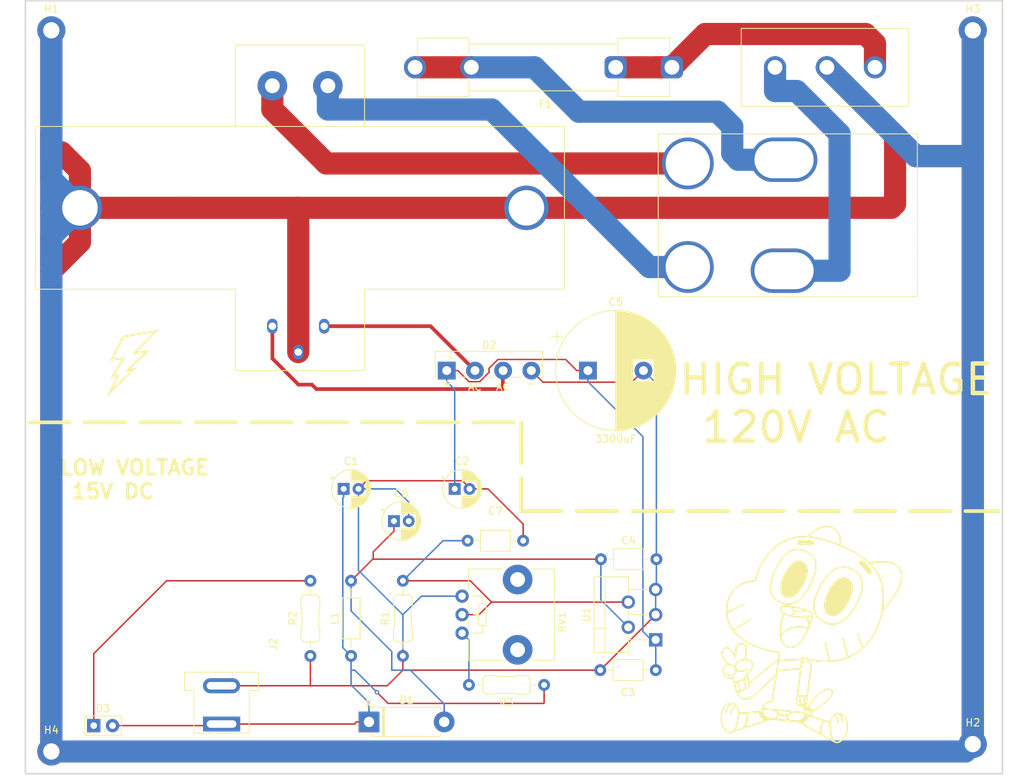
<source format=kicad_pcb>
(kicad_pcb (version 20241229) (generator "pcbnew") (generator_version "9.0")
  (layers (0 "F.Cu" signal) (2 "B.Cu" signal) (13 "F.Paste" user) (15 "B.Paste" user) (5 "F.SilkS" user "F.Silkscreen") (7 "B.SilkS" user "B.Silkscreen") (1 "F.Mask" user) (3 "B.Mask" user) (25 "Edge.Cuts" user))
  (net 0 "")
  (net 1 "GND")
  (net 2 "Net-(D1-K)")
  (net 3 "Net-(D2-+)")
  (net 4 "Net-(D1-A)")
  (net 5 "Net-(D2-2)")
  (net 6 "Net-(D2-1)")
  (net 7 "Net-(J1-L)")
  (net 8 "Net-(F1-Pad2)")
  (net 9 "Net-(J1-N)")
  (net 10 "Net-(U1-FB)")
  (net 11 "Net-(T1-AA)")
  (net 12 "Net-(T1-AB)")
  (net 13 "GNDPWR")
  (net 14 "Net-(D3-K)")
  (net 15 "Net-(R3-Pad2)")
  (footprint "Capacitor_THT:C_Axial_L3.8mm_D2.6mm_P7.50mm_Horizontal" (layer "F.Cu") (at 100.17 106.5 180)
    (property "Reference" "C3" (at 3.75 -3 0) (layer "F.SilkS"))
    (property "Value" "0.1uF")
    (pad "1" thru_hole circle (at 0 0 180) (size 1.6 1.6) (drill 0.8) (layers "*.Cu" "*.Mask") (net 3 "Net-(D2-+)"))
    (pad "2" thru_hole circle (at 7.5 0 180) (size 1.6 1.6) (drill 0.8) (layers "*.Cu" "*.Mask") (net 1 "GND"))
  )
  (footprint "Fuse:Fuseholder_Clip-6.3x32mm_Littelfuse_102071_Inline_P34.70x7.60mm_D2.00mm_Horizontal" (layer "F.Cu") (at 102.35 25 180)
    (property "Reference" "F1" (at 17.1 -5 0) (layer "F.SilkS"))
    (property "Value" "Fuse")
    (pad "1" thru_hole roundrect (at 0 0 180) (size 3 3) (drill 2) (layers "*.Cu" "*.Mask") (net 7 "Net-(J1-L)"))
    (pad "1" thru_hole roundrect (at 7.6 0 180) (size 3 3) (drill 2) (layers "*.Cu" "*.Mask") (net 7 "Net-(J1-L)"))
    (pad "2" thru_hole circle (at 27.1 0 180) (size 3 3) (drill 2) (layers "*.Cu" "*.Mask") (net 8 "Net-(F1-Pad2)"))
    (pad "2" thru_hole circle (at 34.7 0 180) (size 3 3) (drill 2) (layers "*.Cu" "*.Mask") (net 8 "Net-(F1-Pad2)"))
  )
  (footprint "MountingHole:MountingHole_2.2mm_M2_DIN965_Pad" (layer "F.Cu") (at 18.5 117.5)
    (property "Reference" "H4" (at 0 -2.9 0) (layer "F.SilkS"))
    (property "Value" "MountingHole_Pad")
    (pad "1" thru_hole circle (at 0 0) (size 3.8 3.8) (drill 2.2) (layers "*.Cu" "*.Mask") (net 13 "GNDPWR"))
  )
  (footprint "Capacitor_THT:C_Axial_L3.8mm_D2.6mm_P7.50mm_Horizontal" (layer "F.Cu") (at 100.25 91.5 180)
    (property "Reference" "C4" (at 3.75 2.5 0) (layer "F.SilkS"))
    (property "Value" "0.1uF")
    (pad "1" thru_hole circle (at 0 0 180) (size 1.6 1.6) (drill 0.8) (layers "*.Cu" "*.Mask") (net 1 "GND"))
    (pad "2" thru_hole circle (at 7.5 0 180) (size 1.6 1.6) (drill 0.8) (layers "*.Cu" "*.Mask") (net 4 "Net-(D1-A)"))
  )
  (footprint "Connector_BarrelJack:BarrelJack_SwitchcraftConxall_RAPC10U_Horizontal" (layer "F.Cu") (at 41.5 113.79 -90)
    (property "Reference" "J2" (at -10.8 -7 90) (layer "F.SilkS"))
    (property "Value" "Barrel_Jack")
    (pad "1" thru_hole rect (at 0 0 270) (size 2.02 5.02) (drill oval 1.02 4.02) (layers "*.Cu" "*.Mask") (net 2 "Net-(D1-K)"))
    (pad "2" thru_hole oval (at -5.18 0 270) (size 2.02 5.02) (drill oval 1.02 4.02) (layers "*.Cu" "*.Mask") (net 1 "GND"))
  )
  (footprint "Capacitor_THT:CP_Radial_D5.0mm_P2.00mm" (layer "F.Cu") (at 58 82)
    (property "Reference" "C1" (at 1 -3.75 0) (layer "F.SilkS"))
    (property "Value" "100uF")
    (pad "1" thru_hole rect (at 0 0) (size 1.6 1.6) (drill 0.8) (layers "*.Cu" "*.Mask") (net 2 "Net-(D1-K)"))
    (pad "2" thru_hole circle (at 2 0) (size 1.6 1.6) (drill 0.8) (layers "*.Cu" "*.Mask") (net 1 "GND"))
  )
  (footprint "PCM_Resistor_THT_AKL:R_Axial_DIN0207_L6.3mm_D2.5mm_P10.16mm_Horizontal" (layer "F.Cu") (at 85.08 108.5 180)
    (property "Reference" "R3" (at 5.08 -2.37 0) (layer "F.SilkS"))
    (property "Value" "1kOhms" (hide yes))
    (pad "1" thru_hole circle (at 0 0 180) (size 1.6 1.6) (drill 0.8) (layers "*.Cu" "*.Mask") (net 2 "Net-(D1-K)"))
    (pad "2" thru_hole oval (at 10.16 0 180) (size 1.6 1.6) (drill 0.8) (layers "*.Cu" "*.Mask") (net 15 "Net-(R3-Pad2)"))
  )
  (footprint "Diode_THT:D_5W_P10.16mm_Horizontal" (layer "F.Cu") (at 61.42 113.5)
    (property "Reference" "D1" (at 5.08 -2.97 0) (layer "F.SilkS"))
    (property "Value" "SS34")
    (fp_text user "K" (at 0 -2.4 0) (layer "F.SilkS"))
    (pad "1" thru_hole rect (at 0 0) (size 2.8 2.8) (drill 1.4) (layers "*.Cu" "*.Mask") (net 2 "Net-(D1-K)"))
    (pad "2" thru_hole oval (at 10.16 0) (size 2.8 2.8) (drill 1.4) (layers "*.Cu" "*.Mask") (net 4 "Net-(D1-A)"))
  )
  (footprint "Package_TO_SOT_THT:TO-220-5_P3.4x3.7mm_StaggerOdd_Lead3.8mm_Vertical" (layer "F.Cu") (at 100.15 102.4 90)
    (property "Reference" "U1" (at 3.4 -9.32 90) (layer "F.SilkS"))
    (property "Value" "LM2596T-5")
    (pad "1" thru_hole rect (at 0 0 90) (size 1.8 1.8) (drill 1.1) (layers "*.Cu" "*.Mask") (net 3 "Net-(D2-+)"))
    (pad "2" thru_hole circle (at 1.7 -3.7 90) (size 1.8 1.8) (drill 1.1) (layers "*.Cu" "*.Mask") (net 4 "Net-(D1-A)"))
    (pad "3" thru_hole circle (at 3.4 0 90) (size 1.8 1.8) (drill 1.1) (layers "*.Cu" "*.Mask") (net 1 "GND"))
    (pad "4" thru_hole circle (at 5.1 -3.7 90) (size 1.8 1.8) (drill 1.1) (layers "*.Cu" "*.Mask") (net 10 "Net-(U1-FB)"))
    (pad "5" thru_hole circle (at 6.8 0 90) (size 1.8 1.8) (drill 1.1) (layers "*.Cu" "*.Mask") (net 1 "GND"))
  )
  (footprint "PCM_Diode_THT_AKL:Diode_Bridge_KBP" (layer "F.Cu") (at 71.9277 66)
    (property "Reference" "D2" (at 5.745 -3.45 0) (layer "F.SilkS"))
    (property "Value" "KBP208G" (hide yes))
    (fp_text user "-" (at 11.43 1.736 0) (layer "F.SilkS"))
    (fp_text user "+" (at 0 1.736 0) (layer "F.SilkS"))
    (fp_text user "AC" (at 7.6 2.2 0) (layer "F.SilkS"))
    (fp_text user "AC" (at 3.8 2.2 0) (layer "F.SilkS"))
    (pad "1" thru_hole rect (at 0 0 180) (size 2.4 2.4) (drill 1.2) (layers "*.Cu" "*.Mask") (net 3 "Net-(D2-+)"))
    (pad "2" thru_hole circle (at 3.81 0 180) (size 2.4 2.4) (drill 1.2) (layers "*.Cu" "*.Mask") (net 6 "Net-(D2-1)"))
    (pad "3" thru_hole circle (at 7.62 0 180) (size 2.4 2.4) (drill 1.2) (layers "*.Cu" "*.Mask") (net 5 "Net-(D2-2)"))
    (pad "4" thru_hole circle (at 11.43 0 180) (size 2.4 2.4) (drill 1.2) (layers "*.Cu" "*.Mask") (net 1 "GND"))
  )
  (footprint "PCM_Resistor_THT_AKL:R_Axial_DIN0207_L6.3mm_D2.5mm_P10.16mm_Horizontal" (layer "F.Cu") (at 53.5 104.58 90)
    (property "Reference" "R2" (at 5.08 -2.37 90) (layer "F.SilkS"))
    (property "Value" "220 Ohms" (hide yes))
    (pad "1" thru_hole circle (at 0 0 90) (size 1.6 1.6) (drill 0.8) (layers "*.Cu" "*.Mask") (net 1 "GND"))
    (pad "2" thru_hole oval (at 10.16 0 90) (size 1.6 1.6) (drill 0.8) (layers "*.Cu" "*.Mask") (net 14 "Net-(D3-K)"))
  )
  (footprint "PCM_Resistor_THT_AKL:R_Axial_DIN0207_L6.3mm_D2.5mm_P10.16mm_Horizontal" (layer "F.Cu") (at 66 104.58 90)
    (property "Reference" "R1" (at 5.08 -2.37 90) (layer "F.SilkS"))
    (property "Value" "1kOhm" (hide yes))
    (pad "1" thru_hole circle (at 0 0 90) (size 1.6 1.6) (drill 0.8) (layers "*.Cu" "*.Mask") (net 1 "GND"))
    (pad "2" thru_hole oval (at 10.16 0 90) (size 1.6 1.6) (drill 0.8) (layers "*.Cu" "*.Mask") (net 10 "Net-(U1-FB)"))
  )
  (footprint "166_LIB:Transformer_166J" (layer "F.Cu") (at 16.365 33)
    (property "Reference" "T1" (hide yes))
    (property "Value" "Transformer_1P_1S")
    (pad "1" thru_hole circle (at 32 -5.5) (size 4 4) (drill 2) (layers "*.Cu" "*.Mask") (net 11 "Net-(T1-AA)"))
    (pad "2" thru_hole circle (at 39.5 -5.5) (size 4 4) (drill 2) (layers "*.Cu" "*.Mask") (net 12 "Net-(T1-AB)"))
    (pad "3" thru_hole oval (at 32 27) (size 1.4 2) (drill 1) (layers "*.Cu" "*.Mask") (net 5 "Net-(D2-2)"))
    (pad "4" thru_hole oval (at 39 27) (size 1.4 2) (drill 1) (layers "*.Cu" "*.Mask") (net 6 "Net-(D2-1)"))
    (pad "5" thru_hole oval (at 6 11) (size 6 6) (drill 4.8) (layers "*.Cu" "*.Mask") (net 13 "GNDPWR"))
    (pad "5" thru_hole oval (at 35.5 30.5) (size 1.4 2) (drill 1) (layers "*.Cu" "*.Mask") (net 13 "GNDPWR"))
    (pad "5" thru_hole oval (at 66.325 11) (size 6 6) (drill 4.8) (layers "*.Cu" "*.Mask") (net 13 "GNDPWR"))
  )
  (footprint "MountingHole:MountingHole_2.2mm_M2_DIN965_Pad" (layer "F.Cu") (at 143 116.5)
    (property "Reference" "H2" (at 0 -2.9 0) (layer "F.SilkS"))
    (property "Value" "MountingHole_Pad")
    (pad "1" thru_hole circle (at 0 0) (size 3.8 3.8) (drill 2.2) (layers "*.Cu" "*.Mask") (net 13 "GNDPWR"))
  )
  (footprint "LOGO" (layer "F.Cu") (at 29.5 65)
    (property "Reference" "G2" (hide yes))
    (property "Value" "LOGO" (hide yes))
  )
  (footprint "Capacitor_THT:CP_Radial_D5.0mm_P2.00mm" (layer "F.Cu") (at 64.789775 86.35)
    (property "Reference" "C6" (at 1 -3.75 0) (layer "F.SilkS"))
    (property "Value" "10uF")
    (pad "1" thru_hole rect (at 0 0) (size 1.6 1.6) (drill 0.8) (layers "*.Cu" "*.Mask") (net 4 "Net-(D1-A)"))
    (pad "2" thru_hole circle (at 2 0) (size 1.6 1.6) (drill 0.8) (layers "*.Cu" "*.Mask") (net 1 "GND"))
  )
  (footprint "PCM_Potentiometer_THT_AKL:Potentiometer_Alps_RK09L_Single_Vertical" (layer "F.Cu") (at 74 101.5)
    (property "Reference" "RV1" (at 13.5 -1.5 270) (layer "F.SilkS"))
    (property "Value" "10k" (hide yes))
    (pad "" np_thru_hole circle (at 7.5 -7.25) (size 4 4) (drill 2) (layers "*.Cu" "*.Mask"))
    (pad "" np_thru_hole circle (at 7.5 2.25) (size 4 4) (drill 2) (layers "*.Cu" "*.Mask"))
    (pad "1" thru_hole circle (at 0 0) (size 1.8 1.8) (drill 1) (layers "*.Cu" "*.Mask") (net 15 "Net-(R3-Pad2)"))
    (pad "2" thru_hole circle (at 0 -2.5) (size 1.8 1.8) (drill 1) (layers "*.Cu" "*.Mask") (net 10 "Net-(U1-FB)"))
    (pad "3" thru_hole circle (at 0 -5) (size 1.8 1.8) (drill 1) (layers "*.Cu" "*.Mask") (net 1 "GND"))
  )
  (footprint "MountingHole:MountingHole_2.2mm_M2_DIN965_Pad" (layer "F.Cu") (at 143 20)
    (property "Reference" "H3" (at 0 -2.9 0) (layer "F.SilkS"))
    (property "Value" "MountingHole_Pad")
    (pad "1" thru_hole circle (at 0 0) (size 3.8 3.8) (drill 2.2) (layers "*.Cu" "*.Mask") (net 13 "GNDPWR"))
  )
  (footprint "166_LIB:ST24_SWITCH" (layer "F.Cu") (at 128 40.5)
    (property "Reference" "SW2" (hide yes))
    (property "Value" "SW_Push_Dual" (hide yes))
    (pad "1" thru_hole oval (at -10.5 -3) (size 9 6) (drill oval 8 5) (layers "*.Cu" "*.Mask") (net 8 "Net-(F1-Pad2)"))
    (pad "2" thru_hole oval (at -23.5 -2.5) (size 7 7) (drill oval 6) (layers "*.Cu" "*.Mask") (net 11 "Net-(T1-AA)"))
    (pad "3" thru_hole oval (at -10.5 12) (size 9 6) (drill oval 8 5) (layers "*.Cu" "*.Mask") (net 9 "Net-(J1-N)"))
    (pad "4" thru_hole oval (at -23.5 11.5) (size 7 7) (drill 6) (layers "*.Cu" "*.Mask") (net 12 "Net-(T1-AB)"))
  )
  (footprint "166_LIB:IEC_THT" (layer "F.Cu") (at 126.785 25)
    (property "Reference" "J1" (hide yes))
    (property "Value" "IEC_60320_C14_Receptacle" (hide yes))
    (pad "1" thru_hole oval (at 3 0) (size 3 3) (drill 2) (layers "*.Cu" "*.Mask") (net 7 "Net-(J1-L)"))
    (pad "2" thru_hole oval (at -10.5 0) (size 3 3) (drill 2) (layers "*.Cu" "*.Mask") (net 9 "Net-(J1-N)"))
    (pad "3" thru_hole oval (at -3.5 0) (size 3 3) (drill 2) (layers "*.Cu" "*.Mask") (net 13 "GNDPWR"))
  )
  (footprint "LED_THT:LED_D2.0mm_W4.8mm_H2.5mm_FlatTop" (layer "F.Cu") (at 24.23 114)
    (property "Reference" "D3" (at 1.27 -2.31 0) (layer "F.SilkS"))
    (property "Value" "LED")
    (pad "1" thru_hole rect (at 0 0) (size 1.8 1.8) (drill 0.9) (layers "*.Cu" "*.Mask") (net 14 "Net-(D3-K)"))
    (pad "2" thru_hole circle (at 2.54 0) (size 1.8 1.8) (drill 0.9) (layers "*.Cu" "*.Mask") (net 2 "Net-(D1-K)"))
  )
  (footprint "MountingHole:MountingHole_2.2mm_M2_DIN965_Pad" (layer "F.Cu") (at 18.5 20)
    (property "Reference" "H1" (at 0 -2.9 0) (layer "F.SilkS"))
    (property "Value" "MountingHole_Pad")
    (pad "1" thru_hole circle (at 0 0) (size 3.8 3.8) (drill 2.2) (layers "*.Cu" "*.Mask") (net 13 "GNDPWR"))
  )
  (footprint "Capacitor_THT:CP_Radial_D5.0mm_P2.00mm" (layer "F.Cu") (at 73 82)
    (property "Reference" "C2" (at 1 -3.75 0) (layer "F.SilkS"))
    (property "Value" "100uF")
    (pad "1" thru_hole rect (at 0 0) (size 1.6 1.6) (drill 0.8) (layers "*.Cu" "*.Mask") (net 3 "Net-(D2-+)"))
    (pad "2" thru_hole circle (at 2 0) (size 1.6 1.6) (drill 0.8) (layers "*.Cu" "*.Mask") (net 1 "GND"))
  )
  (footprint "Capacitor_THT:C_Axial_L3.8mm_D2.6mm_P7.50mm_Horizontal" (layer "F.Cu") (at 82.25 89 180)
    (property "Reference" "C7" (at 3.75 4 0) (layer "F.SilkS"))
    (property "Value" "100nF")
    (pad "1" thru_hole circle (at 0 0 180) (size 1.6 1.6) (drill 0.8) (layers "*.Cu" "*.Mask") (net 1 "GND"))
    (pad "2" thru_hole circle (at 7.5 0 180) (size 1.6 1.6) (drill 0.8) (layers "*.Cu" "*.Mask") (net 10 "Net-(U1-FB)"))
  )
  (footprint "Inductor_THT:L_Axial_L5.3mm_D2.2mm_P10.16mm_Horizontal_Vishay_IM-1" (layer "F.Cu") (at 59 104.58 90)
    (property "Reference" "L1" (at 5.08 -2.22 90) (layer "F.SilkS"))
    (property "Value" "47uH")
    (pad "1" thru_hole circle (at 0 0 90) (size 1.6 1.6) (drill 0.8) (layers "*.Cu" "*.Mask") (net 2 "Net-(D1-K)"))
    (pad "2" thru_hole circle (at 10.16 0 90) (size 1.6 1.6) (drill 0.8) (layers "*.Cu" "*.Mask") (net 4 "Net-(D1-A)"))
  )
  (footprint "Capacitor_THT:CP_Radial_D16.0mm_P7.50mm" (layer "F.Cu") (at 91 66)
    (property "Reference" "C5" (at 3.75 -9.25 0) (layer "F.SilkS"))
    (property "Value" "3300uF" (at 3.75 9.25 0) (layer "F.SilkS"))
    (pad "1" thru_hole rect (at 0 0) (size 2.4 2.4) (drill 1.2) (layers "*.Cu" "*.Mask") (net 3 "Net-(D2-+)"))
    (pad "2" thru_hole circle (at 7.5 0) (size 2.4 2.4) (drill 1.2) (layers "*.Cu" "*.Mask") (net 1 "GND"))
  )
  (footprint "LOGO" (layer "F.Cu") (at 120 101)
    (property "Reference" "G1" (hide yes))
    (property "Value" "LOGO" (hide yes))
  )
  (gr_line (start 15.5 73) (end 82 73) (stroke (width 0.5) (type dash)) (layer "F.SilkS"))
  (gr_line (start 82 85) (end 146.5 85) (stroke (width 0.5) (type dash)) (layer "F.SilkS"))
  (gr_line (start 82 73) (end 82 85) (stroke (width 0.5) (type dash)) (layer "F.SilkS"))
  (gr_line (start 15 120.5) (end 147 120.5) (stroke (width 0.2)) (layer "Edge.Cuts"))
  (gr_line (start 147 120.5) (end 147 16) (stroke (width 0.2)) (layer "Edge.Cuts"))
  (gr_line (start 15 16) (end 15 120.5) (stroke (width 0.2)) (layer "Edge.Cuts"))
  (gr_line (start 147 16) (end 15 16) (stroke (width 0.2)) (layer "Edge.Cuts"))
  (gr_text "HIGH VOLTAGE\n 120V AC" (at 103 76 0) (layer "F.SilkS") (effects (font (size 4 4) (thickness 0.6)) (justify left bottom)))
  (gr_text "LOW VOLTAGE\n 15V DC" (at 19.5 83.5 0) (layer "F.SilkS") (effects (font (size 2 2) (thickness 0.4)) (justify left bottom)))
  (segment (start 66 104.58) (end 66 106.5) (width 0.2) (layer "F.Cu") (net 1))
  (segment (start 74.0358 80.8983) (end 61.1017 80.8983) (width 0.2) (layer "F.Cu") (net 1))
  (segment (start 83.3577 66) (end 84.9287 67.571) (width 0.2) (layer "F.Cu") (net 1))
  (segment (start 100.15 99.02) (end 100.15 99) (width 0.2) (layer "F.Cu") (net 1))
  (segment (start 61.1017 80.8983) (end 60 82) (width 0.2) (layer "F.Cu") (net 1))
  (segment (start 96.929 67.571) (end 98.5 66) (width 0.2) (layer "F.Cu") (net 1))
  (segment (start 84.9287 67.571) (end 96.929 67.571) (width 0.2) (layer "F.Cu") (net 1))
  (segment (start 63.89 108.61) (end 53.5 108.61) (width 0.2) (layer "F.Cu") (net 1))
  (segment (start 66 106.5) (end 63.89 108.61) (width 0.2) (layer "F.Cu") (net 1))
  (segment (start 82.25 86.75) (end 77.5 82) (width 0.2) (layer "F.Cu") (net 1))
  (segment (start 77.5 82) (end 75 82) (width 0.2) (layer "F.Cu") (net 1))
  (segment (start 75 82) (end 75 81.8625) (width 0.2) (layer "F.Cu") (net 1))
  (segment (start 66 106.5) (end 92.67 106.5) (width 0.2) (layer "F.Cu") (net 1))
  (segment (start 53.5 104.58) (end 53.5 108.61) (width 0.2) (layer "F.Cu") (net 1))
  (segment (start 75 81.8625) (end 74.0358 80.8983) (width 0.2) (layer "F.Cu") (net 1))
  (segment (start 53.5 108.61) (end 41.5 108.61) (width 0.2) (layer "F.Cu") (net 1))
  (segment (start 82.25 89) (end 82.25 86.75) (width 0.2) (layer "F.Cu") (net 1))
  (segment (start 92.67 106.5) (end 100.15 99.02) (width 0.2) (layer "F.Cu") (net 1))
  (segment (start 100.25 67.75) (end 100.25 91.5) (width 0.2) (layer "B.Cu") (net 1))
  (segment (start 66.789775 86.35) (end 66.789775 83.789775) (width 0.2) (layer "B.Cu") (net 1))
  (segment (start 100.25 95.5) (end 100.25 91.5) (width 0.2) (layer "B.Cu") (net 1))
  (segment (start 65 82) (end 60 82) (width 0.2) (layer "B.Cu") (net 1))
  (segment (start 68.5 96.5) (end 65.9899 99.0101) (width 0.2) (layer "B.Cu") (net 1))
  (segment (start 98.5 66) (end 100.25 67.75) (width 0.2) (layer "B.Cu") (net 1))
  (segment (start 60 82) (end 60 93.0202) (width 0.2) (layer "B.Cu") (net 1))
  (segment (start 100.15 95.6) (end 100.25 95.5) (width 0.2) (layer "B.Cu") (net 1))
  (segment (start 100.15 95.6) (end 100.15 99) (width 0.2) (layer "B.Cu") (net 1))
  (segment (start 74 96.5) (end 68.5 96.5) (width 0.2) (layer "B.Cu") (net 1))
  (segment (start 60 93.0202) (end 65.9899 99.0101) (width 0.2) (layer "B.Cu") (net 1))
  (segment (start 66.789775 83.789775) (end 65 82) (width 0.2) (layer "B.Cu") (net 1))
  (segment (start 66 99.0202) (end 66 104.58) (width 0.2) (layer "B.Cu") (net 1))
  (segment (start 65.9899 99.0101) (end 66 99.0202) (width 0.2) (layer "B.Cu") (net 1))
  (segment (start 59.7183 113.5) (end 61.42 113.5) (width 0.2) (layer "F.Cu") (net 2))
  (segment (start 85.08 110.92) (end 85 111) (width 0.2) (layer "F.Cu") (net 2))
  (segment (start 41.29 114) (end 41.5 113.79) (width 0.2) (layer "F.Cu") (net 2))
  (segment (start 85.08 108.5) (end 85.08 110.92) (width 0.2) (layer "F.Cu") (net 2))
  (segment (start 85 111) (end 64 111) (width 0.2) (layer "F.Cu") (net 2))
  (segment (start 41.5 113.79) (end 59.5083 113.79) (width 0.2) (layer "F.Cu") (net 2))
  (segment (start 59.5083 113.79) (end 59.5083 113.71) (width 0.2) (layer "F.Cu") (net 2))
  (segment (start 64 111) (end 62.5 109.5) (width 0.2) (layer "F.Cu") (net 2))
  (segment (start 59.5083 113.71) (end 59.7183 113.5) (width 0.2) (layer "F.Cu") (net 2))
  (segment (start 26.77 114) (end 41.29 114) (width 0.2) (layer "F.Cu") (net 2))
  (via (at 62.5 109.5) (size 0.6) (drill 0.3) (layers "F.Cu" "B.Cu") (net 2))
  (segment (start 61.42 112.2983) (end 61.42 110.92) (width 0.2) (layer "B.Cu") (net 2))
  (segment (start 61.42 113.5) (end 61.42 111.7983) (width 0.2) (layer "B.Cu") (net 2))
  (segment (start 59 106.5) (end 59 104.58) (width 0.2) (layer "B.Cu") (net 2))
  (segment (start 57.8839 103.4639) (end 59 104.58) (width 0.2) (layer "B.Cu") (net 2))
  (segment (start 57.8839 83.2178) (end 57.8839 103.4639) (width 0.2) (layer "B.Cu") (net 2))
  (segment (start 61.42 110.92) (end 59 108.5) (width 0.2) (layer "B.Cu") (net 2))
  (segment (start 59 108.5) (end 59 106.5) (width 0.2) (layer "B.Cu") (net 2))
  (segment (start 58 82) (end 58 83.1017) (width 0.2) (layer "B.Cu") (net 2))
  (segment (start 62.5 109.5) (end 59.5 106.5) (width 0.2) (layer "B.Cu") (net 2))
  (segment (start 58 83.1017) (end 57.8839 83.2178) (width 0.2) (layer "B.Cu") (net 2))
  (segment (start 59.5 106.5) (end 59 106.5) (width 0.2) (layer "B.Cu") (net 2))
  (segment (start 76.3811 67.5017) (end 77.6428 66.24) (width 0.2) (layer "F.Cu") (net 3))
  (segment (start 74.9311 67.5017) (end 76.3811 67.5017) (width 0.2) (layer "F.Cu") (net 3))
  (segment (start 71.9277 66) (end 73.4294 66) (width 0.2) (layer "F.Cu") (net 3))
  (segment (start 77.6428 65.6962) (end 78.8407 64.4983) (width 0.2) (layer "F.Cu") (net 3))
  (segment (start 73.4294 66) (end 74.9311 67.5017) (width 0.2) (layer "F.Cu") (net 3))
  (segment (start 87.9966 64.4983) (end 89.4983 66) (width 0.2) (layer "F.Cu") (net 3))
  (segment (start 78.8407 64.4983) (end 87.9966 64.4983) (width 0.2) (layer "F.Cu") (net 3))
  (segment (start 91 66) (end 89.4983 66) (width 0.2) (layer "F.Cu") (net 3))
  (segment (start 77.6428 66.24) (end 77.6428 65.6962) (width 0.2) (layer "F.Cu") (net 3))
  (segment (start 100.15 103.0008) (end 98.4294 101.2802) (width 0.2) (layer "B.Cu") (net 3))
  (segment (start 100.17 103.6217) (end 100.17 106.5) (width 0.2) (layer "B.Cu") (net 3))
  (segment (start 100.15 103.0008) (end 100.15 103.6017) (width 0.2) (layer "B.Cu") (net 3))
  (segment (start 71.9277 66) (end 71.9277 67.5017) (width 0.2) (layer "B.Cu") (net 3))
  (segment (start 98.4294 74.9311) (end 91 67.5017) (width 0.2) (layer "B.Cu") (net 3))
  (segment (start 73 68.574) (end 73 82) (width 0.2) (layer "B.Cu") (net 3))
  (segment (start 71.9277 67.5017) (end 73 68.574) (width 0.2) (layer "B.Cu") (net 3))
  (segment (start 98.4294 101.2802) (end 98.4294 74.9311) (width 0.2) (layer "B.Cu") (net 3))
  (segment (start 100.15 103.6017) (end 100.17 103.6217) (width 0.2) (layer "B.Cu") (net 3))
  (segment (start 100.15 102.4) (end 100.15 103.0008) (width 0.2) (layer "B.Cu") (net 3))
  (segment (start 91 66) (end 91 67.5017) (width 0.2) (layer "B.Cu") (net 3))
  (segment (start 61.92 91.5) (end 62 91.5) (width 0.2) (layer "F.Cu") (net 4))
  (segment (start 62 90.5) (end 62 91.5) (width 0.2) (layer "F.Cu") (net 4))
  (segment (start 59 94.42) (end 61.92 91.5) (width 0.2) (layer "F.Cu") (net 4))
  (segment (start 64.789775 87.710225) (end 62 90.5) (width 0.2) (layer "F.Cu") (net 4))
  (segment (start 62 91.5) (end 92.75 91.5) (width 0.2) (layer "F.Cu") (net 4))
  (segment (start 64.789775 86.35) (end 64.789775 87.710225) (width 0.2) (layer "F.Cu") (net 4))
  (segment (start 71.58 111.08) (end 67 106.5) (width 0.2) (layer "B.Cu") (net 4))
  (segment (start 64.5 104) (end 59 98.5) (width 0.2) (layer "B.Cu") (net 4))
  (segment (start 92.75 91.5) (end 92.75 97) (width 0.2) (layer "B.Cu") (net 4))
  (segment (start 59 98.5) (end 59 94.42) (width 0.2) (layer "B.Cu") (net 4))
  (segment (start 71.58 113.5) (end 71.58 111.7983) (width 0.2) (layer "B.Cu") (net 4))
  (segment (start 71.58 112.2983) (end 71.58 111.08) (width 0.2) (layer "B.Cu") (net 4))
  (segment (start 92.75 97) (end 96.45 100.7) (width 0.2) (layer "B.Cu") (net 4))
  (segment (start 67 106.5) (end 64.5 106.5) (width 0.2) (layer "B.Cu") (net 4))
  (segment (start 64.5 106.5) (end 64.5 104) (width 0.2) (layer "B.Cu") (net 4))
  (segment (start 48.365 64.365) (end 51.9034 67.9034) (width 0.5) (layer "F.Cu") (net 5))
  (segment (start 53.715 67.9034) (end 54.3116 68.5) (width 0.5) (layer "F.Cu") (net 5))
  (segment (start 54.3116 68.5) (end 79.5 68.5) (width 0.5) (layer "F.Cu") (net 5))
  (segment (start 48.365 60.0001) (end 48.365 64.365) (width 0.5) (layer "F.Cu") (net 5))
  (segment (start 79.5 68.5) (end 79.5 67.5017) (width 0.5) (layer "F.Cu") (net 5))
  (segment (start 79.5 66.0477) (end 79.5477 66) (width 0.2) (layer "F.Cu") (net 5))
  (segment (start 51.9034 67.9034) (end 53.715 67.9034) (width 0.5) (layer "F.Cu") (net 5))
  (segment (start 79.5 67.5017) (end 79.5 66.0477) (width 0.5) (layer "F.Cu") (net 5))
  (segment (start 75.7377 66) (end 69.7378 60.0001) (width 0.5) (layer "F.Cu") (net 6))
  (segment (start 69.7378 60.0001) (end 55.365 60.0001) (width 0.5) (layer "F.Cu") (net 6))
  (segment (start 102.35 25) (end 106.85 20.5) (width 3) (layer "F.Cu") (net 7))
  (segment (start 102.35 25) (end 100.8736 25) (width 3) (layer "F.Cu") (net 7))
  (segment (start 128.5 20.5) (end 129.785 21.785) (width 3) (layer "F.Cu") (net 7))
  (segment (start 106.85 20.5) (end 128.5 20.5) (width 3) (layer "F.Cu") (net 7))
  (segment (start 100.8736 25) (end 100.2524 25) (width 3) (layer "F.Cu") (net 7))
  (segment (start 94.75 25) (end 100.2524 25) (width 3) (layer "F.Cu") (net 7))
  (segment (start 129.785 21.785) (end 129.785 25) (width 3) (layer "F.Cu") (net 7))
  (segment (start 75.25 25) (end 67.65 25) (width 3) (layer "F.Cu") (net 8))
  (segment (start 117.5 37.5) (end 111.2983 37.5) (width 3) (layer "B.Cu") (net 8))
  (segment (start 83.7791 25) (end 75.25 25) (width 3) (layer "B.Cu") (net 8))
  (segment (start 108.5 31) (end 89.7791 31) (width 3) (layer "B.Cu") (net 8))
  (segment (start 111.2983 37.4256) (end 110.5 36.6273) (width 3) (layer "B.Cu") (net 8))
  (segment (start 110.5 33) (end 108.5 31) (width 3) (layer "B.Cu") (net 8))
  (segment (start 89.7791 31) (end 83.7791 25) (width 3) (layer "B.Cu") (net 8))
  (segment (start 110.5 36.6273) (end 110.5 33) (width 3) (layer "B.Cu") (net 8))
  (segment (start 111.2983 37.5) (end 111.2983 37.4256) (width 3) (layer "B.Cu") (net 8))
  (segment (start 116.285 28.2017) (end 116.285 25) (width 3) (layer "B.Cu") (net 9))
  (segment (start 117.5 52.5) (end 125 52.5) (width 3) (layer "B.Cu") (net 9))
  (segment (start 119.2017 28.2017) (end 116.285 28.2017) (width 3) (layer "B.Cu") (net 9))
  (segment (start 125 34) (end 119.2017 28.2017) (width 3) (layer "B.Cu") (net 9))
  (segment (start 125 52.5) (end 125 34) (width 3) (layer "B.Cu") (net 9))
  (segment (start 66 94.42) (end 74 94.42) (width 0.2) (layer "F.Cu") (net 10))
  (segment (start 74 94.42) (end 75.1017 94.42) (width 0.2) (layer "F.Cu") (net 10))
  (segment (start 76.2817 99) (end 77.9817 97.3) (width 0.2) (layer "F.Cu") (net 10))
  (segment (start 96.45 97.3) (end 77.9817 97.3) (width 0.2) (layer "F.Cu") (net 10))
  (segment (start 77.9817 97.3) (end 75.1017 94.42) (width 0.2) (layer "F.Cu") (net 10))
  (segment (start 74 99) (end 76.2817 99) (width 0.2) (layer "F.Cu") (net 10))
  (segment (start 74.75 89) (end 71.42 89) (width 0.2) (layer "B.Cu") (net 10))
  (segment (start 71.42 89) (end 66 94.42) (width 0.2) (layer "B.Cu") (net 10))
  (segment (start 55.6632 38) (end 48.365 30.7018) (width 3) (layer "F.Cu") (net 11))
  (segment (start 48.365 27.5001) (end 48.365 30.7018) (width 3) (layer "F.Cu") (net 11))
  (segment (start 104.5 38) (end 55.6632 38) (width 3) (layer "F.Cu") (net 11))
  (segment (start 55.865 30.7018) (end 78.0001 30.7018) (width 3) (layer "B.Cu") (net 12))
  (segment (start 55.865 27.5001) (end 55.865 30.7018) (width 3) (layer "B.Cu") (net 12))
  (segment (start 104.5 52) (end 99.2983 52) (width 3) (layer "B.Cu") (net 12))
  (segment (start 78.0001 30.7018) (end 99.2983 52) (width 3) (layer "B.Cu") (net 12))
  (segment (start 18.5 44) (end 18.5 52.5) (width 3) (layer "F.Cu") (net 13))
  (segment (start 18.5 34) (end 18.5 44) (width 3) (layer "F.Cu") (net 13))
  (segment (start 132.5 34.215) (end 132.5 43.5) (width 3) (layer "F.Cu") (net 13))
  (segment (start 132.5 43.5) (end 131.9999 44.0001) (width 0.2) (layer "F.Cu") (net 13))
  (segment (start 22.365 48.635) (end 18.5 52.5) (width 3) (layer "F.Cu") (net 13))
  (segment (start 131.9999 44.0001) (end 82.69 44.0001) (width 3) (layer "F.Cu") (net 13))
  (segment (start 135.285 37) (end 132.5 34.215) (width 3) (layer "F.Cu") (net 13))
  (segment (start 19.865 36.5) (end 18.5 36.5) (width 3) (layer "F.Cu") (net 13))
  (segment (start 36.14 44.0001) (end 36.7612 44.0001) (width 3) (layer "F.Cu") (net 13))
  (segment (start 22.365 44) (end 22.365 48.635) (width 3) (layer "F.Cu") (net 13))
  (segment (start 143 37) (end 143 20) (width 3) (layer "F.Cu") (net 13))
  (segment (start 36.7612 44.0001) (end 51.865 44.0001) (width 3) (layer "F.Cu") (net 13))
  (segment (start 22.365 44) (end 18.5 44) (width 3) (layer "F.Cu") (net 13))
  (segment (start 143 37) (end 135.285 37) (width 3) (layer "F.Cu") (net 13))
  (segment (start 18.5 52.5) (end 18.5 117.5) (width 3) (layer "F.Cu") (net 13))
  (segment (start 22.365 39) (end 19.865 36.5) (width 3) (layer "F.Cu") (net 13))
  (segment (start 51.865 44.0001) (end 51.865 63.5001) (width 3) (layer "F.Cu") (net 13))
  (segment (start 51.865 44.0001) (end 82.69 44.0001) (width 3) (layer "F.Cu") (net 13))
  (segment (start 18.5 20) (end 18.5 34) (width 3) (layer "F.Cu") (net 13))
  (segment (start 22.365 44.0001) (end 36.14 44.0001) (width 3) (layer "F.Cu") (net 13))
  (segment (start 143 116.5) (end 143 37) (width 3) (layer "F.Cu") (net 13))
  (segment (start 123.285 25) (end 132.5 34.215) (width 3) (layer "F.Cu") (net 13))
  (segment (start 22.365 44) (end 22.365 39) (width 3) (layer "F.Cu") (net 13))
  (segment (start 18.5 47.865) (end 22.365 44) (width 3) (layer "B.Cu") (net 13))
  (segment (start 18.5 117.5) (end 142 117.5) (width 3) (layer "B.Cu") (net 13))
  (segment (start 143 37) (end 143 20) (width 3) (layer "B.Cu") (net 13))
  (segment (start 135.285 37) (end 123.285 25) (width 3) (layer "B.Cu") (net 13))
  (segment (start 18.5 34.5) (end 18.5 40.135) (width 3) (layer "B.Cu") (net 13))
  (segment (start 142 117.5) (end 143 116.5) (width 3) (layer "B.Cu") (net 13))
  (segment (start 18.5 51.5) (end 18.5 117.5) (width 3) (layer "B.Cu") (net 13))
  (segment (start 18.5 51.5) (end 18.5 47.865) (width 3) (layer "B.Cu") (net 13))
  (segment (start 143 116.5) (end 143 37) (width 3) (layer "B.Cu") (net 13))
  (segment (start 18.5 34.5) (end 18.5 51.5) (width 3) (layer "B.Cu") (net 13))
  (segment (start 18.5 40.135) (end 22.365 44) (width 3) (layer "B.Cu") (net 13))
  (segment (start 143 37) (end 135.285 37) (width 3) (layer "B.Cu") (net 13))
  (segment (start 18.5 20) (end 18.5 34.5) (width 3) (layer "B.Cu") (net 13))
  (segment (start 34.08 94.42) (end 24.23 104.27) (width 0.2) (layer "F.Cu") (net 14))
  (segment (start 53.5 94.42) (end 34.08 94.42) (width 0.2) (layer "F.Cu") (net 14))
  (segment (start 24.23 104.27) (end 24.23 114) (width 0.2) (layer "F.Cu") (net 14))
  (segment (start 74.92 108.5) (end 74.92 102.42) (width 0.2) (layer "B.Cu") (net 15))
  (segment (start 74.92 102.42) (end 74 101.5) (width 0.2) (layer "B.Cu") (net 15))
)
</source>
